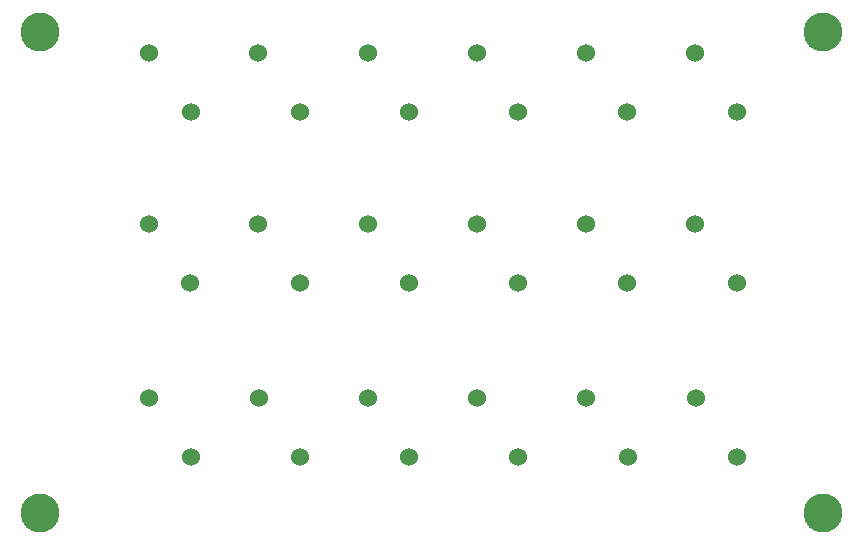
<source format=gbr>
%TF.GenerationSoftware,KiCad,Pcbnew,7.0.10*%
%TF.CreationDate,2024-01-27T09:00:16-05:00*%
%TF.ProjectId,CAN_board,43414e5f-626f-4617-9264-2e6b69636164,rev?*%
%TF.SameCoordinates,Original*%
%TF.FileFunction,Soldermask,Top*%
%TF.FilePolarity,Negative*%
%FSLAX46Y46*%
G04 Gerber Fmt 4.6, Leading zero omitted, Abs format (unit mm)*
G04 Created by KiCad (PCBNEW 7.0.10) date 2024-01-27 09:00:16*
%MOMM*%
%LPD*%
G01*
G04 APERTURE LIST*
%ADD10C,3.302000*%
%ADD11C,1.524000*%
G04 APERTURE END LIST*
D10*
%TO.C,H4*%
X171250000Y-120750000D03*
%TD*%
D11*
%TO.C,J2*%
X123481194Y-81724798D03*
X126981197Y-86724798D03*
%TD*%
%TO.C,J7*%
X114231196Y-96224798D03*
X117731199Y-101224798D03*
%TD*%
%TO.C,J9*%
X132731197Y-96224798D03*
X136231200Y-101224798D03*
%TD*%
%TO.C,J10*%
X141981196Y-96224798D03*
X145481199Y-101224798D03*
%TD*%
%TO.C,J13*%
X114250000Y-111000000D03*
X117750003Y-116000000D03*
%TD*%
%TO.C,J3*%
X132731131Y-81724798D03*
X136231134Y-86724798D03*
%TD*%
%TO.C,J1*%
X114250000Y-81750000D03*
X117750003Y-86750000D03*
%TD*%
D10*
%TO.C,H2*%
X171250000Y-80000000D03*
%TD*%
D11*
%TO.C,J15*%
X132750000Y-111000000D03*
X136250003Y-116000000D03*
%TD*%
%TO.C,J6*%
X160481131Y-81724798D03*
X163981134Y-86724798D03*
%TD*%
%TO.C,J16*%
X142000000Y-111000000D03*
X145500003Y-116000000D03*
%TD*%
%TO.C,J18*%
X160500000Y-111000000D03*
X164000003Y-116000000D03*
%TD*%
%TO.C,J8*%
X123481131Y-96224798D03*
X126981134Y-101224798D03*
%TD*%
%TO.C,J4*%
X141981196Y-81750000D03*
X145481199Y-86750000D03*
%TD*%
%TO.C,J14*%
X123500000Y-111000000D03*
X127000003Y-116000000D03*
%TD*%
%TO.C,J11*%
X151231196Y-96224798D03*
X154731199Y-101224798D03*
%TD*%
%TO.C,J5*%
X151231194Y-81724798D03*
X154731197Y-86724798D03*
%TD*%
%TO.C,J17*%
X151250000Y-111000000D03*
X154750003Y-116000000D03*
%TD*%
%TO.C,J12*%
X160481196Y-96224798D03*
X163981199Y-101224798D03*
%TD*%
D10*
%TO.C,H3*%
X105000000Y-120750000D03*
%TD*%
%TO.C,H1*%
X105000000Y-80000000D03*
%TD*%
M02*

</source>
